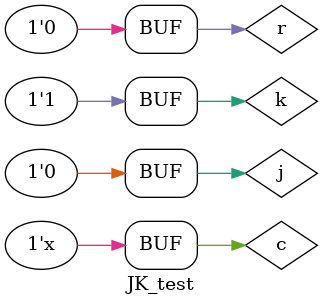
<source format=v>
`timescale 1ns / 1ps



module JK_test;

	// Inputs
	reg j;
	reg k;
	reg c;
	reg r;

	// Outputs
	wire q;
	wire q0;

	// Instantiate the Unit Under Test (UUT)
	JK uut (
		.j(j), 
		.k(k), 
		.c(c), 
		.r(r), 
		.q(q), 
		.q0(q0)
	);

	initial begin
		// Initialize Inputs
		j = 0;
		k = 0;
		c = 0;
		r = 0;

		// Wait 100 ns for global reset to finish
		#6;
		
		j = 1;
		k = 0;
		
		#6;
		
		j=1;
		k=1;
		
		#6;
		
		j=0;
		k=0;
		
		#6;
		r=1;
		#6;
		r=0;
		
		#6;
		j=1;
		k=0;
		
		#6;
		j=0;
		k=1;
		
		
        
	

	end
			
	always #2 c=~c;
endmodule


</source>
